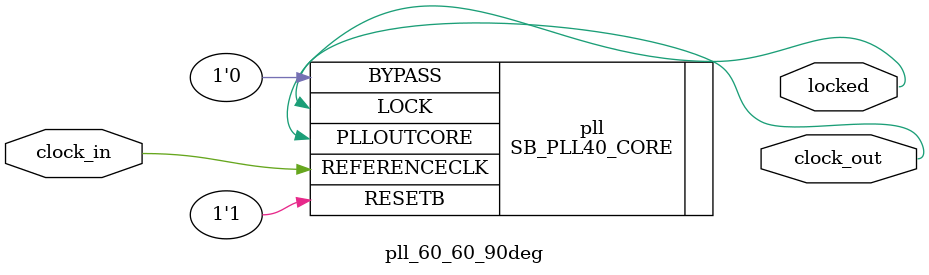
<source format=v>
/**
 * PLL configuration
 *
 * This Verilog module was generated automatically
 * using the icepll tool from the IceStorm project.
 * Use at your own risk.
 *
 * Given input frequency:        60.000 MHz
 * Requested output frequency:   60.000 MHz
 * Achieved output frequency:    60.000 MHz
 */

module pll_60_60_90deg(
    input  clock_in,
    output clock_out,
    output locked
    );

SB_PLL40_CORE # (
    .FEEDBACK_PATH("PHASE_AND_DELAY"),
    .PLLOUT_SELECT("SHIFTREG_90deg"),
    .DIVR(4'b0000),     // DIVR =  0
    .DIVF(7'b0000000),  // DIVF =  0
    .DIVQ(3'b100),      // DIVQ =  4
    .FILTER_RANGE(3'b100)   // FILTER_RANGE = 4
) pll (
    .LOCK(locked),
    .RESETB(1'b1),
    .BYPASS(1'b0),
    .REFERENCECLK(clock_in),
    .PLLOUTCORE(clock_out)
);

endmodule

</source>
